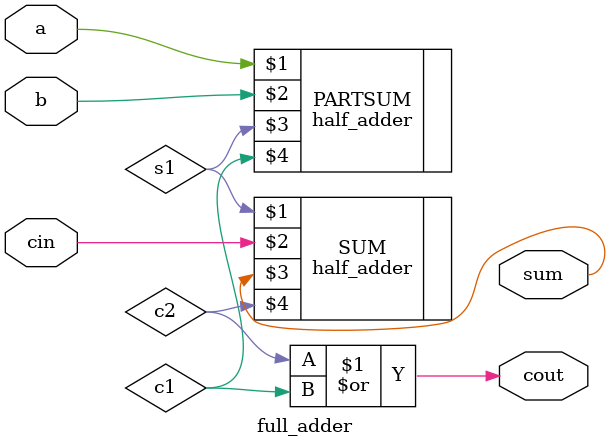
<source format=v>
`timescale 1ns / 1ps



module full_adder(a, b, cin, sum, cout);
input a, b, cin;
output sum, cout;
wire c1, c2, s1;

half_adder PARTSUM(a, b, s1, c1);
half_adder SUM(s1, cin, sum, c2);
or(cout, c2, c1); 

endmodule

</source>
